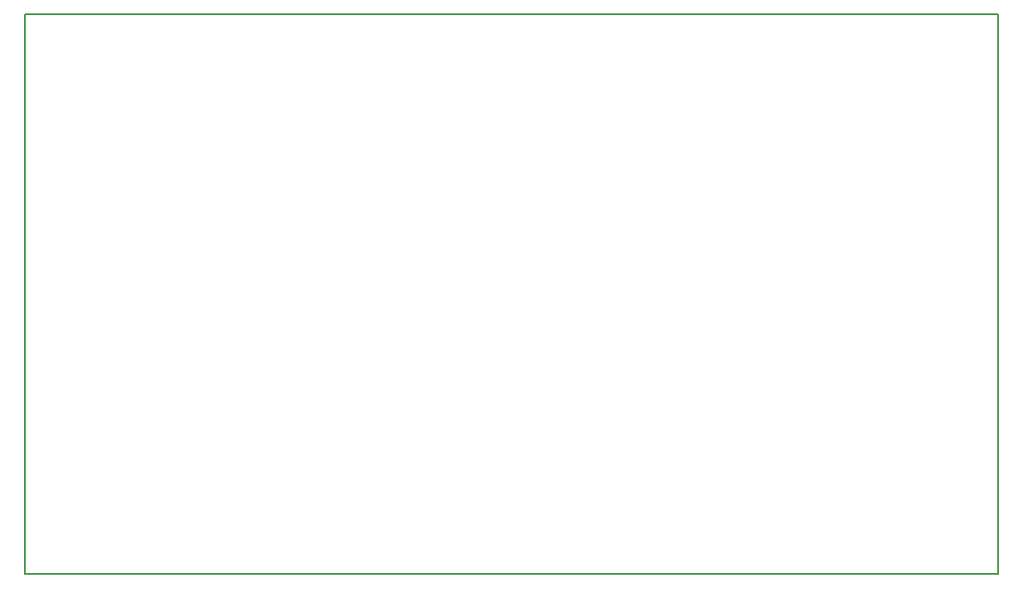
<source format=gbp>
G75*
%MOIN*%
%OFA0B0*%
%FSLAX25Y25*%
%IPPOS*%
%LPD*%
%AMOC8*
5,1,8,0,0,1.08239X$1,22.5*
%
%ADD10C,0.00600*%
D10*
X0001300Y0001300D02*
X0001300Y0211300D01*
X0366300Y0211300D01*
X0366300Y0001300D01*
X0001300Y0001300D01*
M02*

</source>
